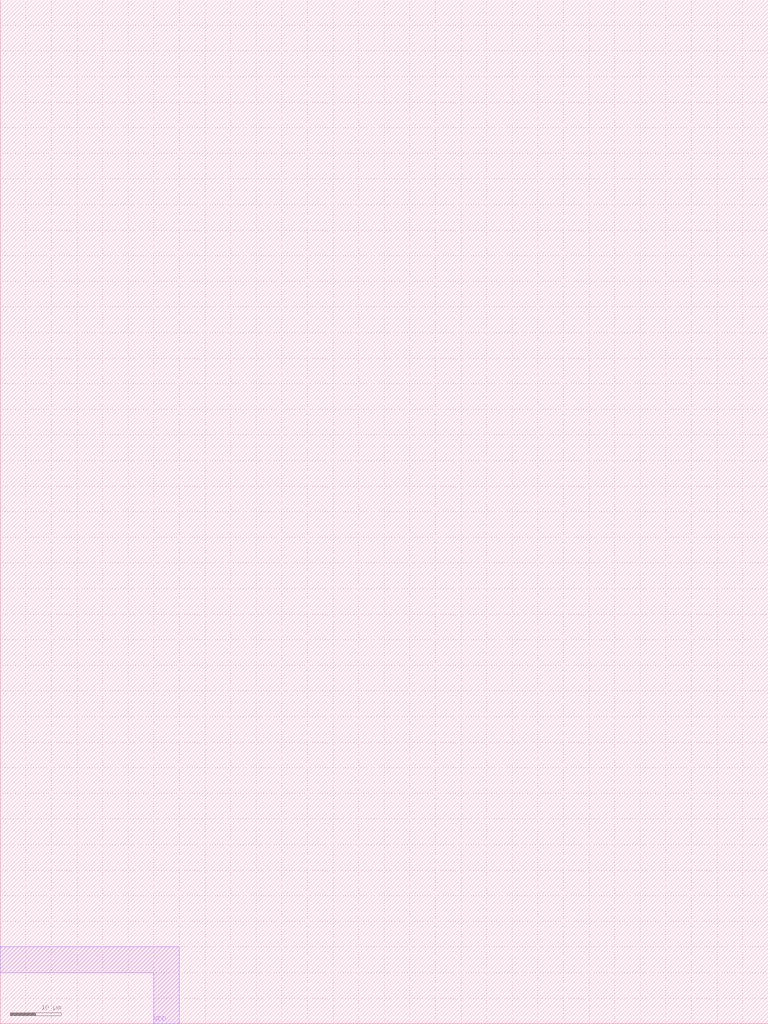
<source format=lef>
VERSION 5.7 ;
DIVIDERCHAR "/" ;
BUSBITCHARS "[]" ;

MACRO POLYGON_PIN
  FOREIGN POLYGON_PIN ;
  ORIGIN 0.000 0.000 ;
  SIZE 150.000 BY 200.000 ;
  PIN VDD
    DIRECTION INOUT ;
    USE POWER ;
    PORT
      LAYER met4 ;
        POLYGON 0.000 10.000 30.000 10.000 30.000 0.000 35.000 0.000 35.000 15.000 0.000 15.0000 ;
    END
  END VDD
END POLYGON_PIN

END LIBRARY


</source>
